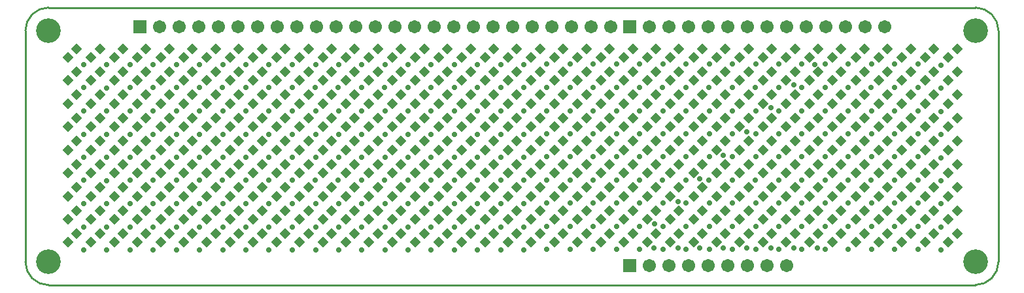
<source format=gts>
G04*
G04 #@! TF.GenerationSoftware,Altium Limited,Altium Designer,18.1.9 (240)*
G04*
G04 Layer_Color=8388736*
%FSLAX44Y44*%
%MOMM*%
G71*
G01*
G75*
%ADD12C,0.2540*%
%ADD14P,1.4187X4X270.0*%
%ADD15R,1.7032X1.7032*%
%ADD16C,1.7032*%
%ADD17C,0.7032*%
%ADD18C,3.2032*%
D12*
X370000Y750000D02*
G03*
X400000Y720000I30000J0D01*
G01*
X1600000D02*
G03*
X1630000Y750000I0J30000D01*
G01*
Y1050000D02*
G03*
X1600000Y1080000I-30000J0D01*
G01*
X400000D02*
G03*
X370000Y1050000I0J-30000D01*
G01*
X1630000Y750000D02*
Y1050000D01*
X400000Y720000D02*
X1600000D01*
X400000Y1079750D02*
X1600000D01*
X370000Y750000D02*
Y1050000D01*
D14*
X1576388Y786638D02*
D03*
X1565074Y775324D02*
D03*
X1546388Y786638D02*
D03*
X1535074Y775324D02*
D03*
X1516388Y786638D02*
D03*
X1505074Y775324D02*
D03*
X1486388Y786638D02*
D03*
X1475074Y775324D02*
D03*
X1456388Y786638D02*
D03*
X1445074Y775324D02*
D03*
X1426388Y786638D02*
D03*
X1415074Y775324D02*
D03*
X1396388Y786638D02*
D03*
X1385074Y775324D02*
D03*
X1366388Y786638D02*
D03*
X1355074Y775324D02*
D03*
X1336388Y786638D02*
D03*
X1325074Y775324D02*
D03*
X1306388Y786638D02*
D03*
X1295074Y775324D02*
D03*
X1276388Y786638D02*
D03*
X1265074Y775324D02*
D03*
X1246388Y786638D02*
D03*
X1235074Y775324D02*
D03*
X1216388Y786638D02*
D03*
X1205074Y775324D02*
D03*
X1186388Y786638D02*
D03*
X1175074Y775324D02*
D03*
X1156388Y786638D02*
D03*
X1145074Y775324D02*
D03*
X1126388Y786638D02*
D03*
X1115074Y775324D02*
D03*
X1096388Y786638D02*
D03*
X1085074Y775324D02*
D03*
X1066388Y786638D02*
D03*
X1055074Y775324D02*
D03*
X1036388Y786638D02*
D03*
X1025074Y775324D02*
D03*
X1006388Y786638D02*
D03*
X995074Y775324D02*
D03*
X976388Y786638D02*
D03*
X965074Y775324D02*
D03*
X946388Y786638D02*
D03*
X935074Y775324D02*
D03*
X916388Y786638D02*
D03*
X905074Y775324D02*
D03*
X886388Y786638D02*
D03*
X875074Y775324D02*
D03*
X856388Y786638D02*
D03*
X845074Y775324D02*
D03*
X826388Y786638D02*
D03*
X815074Y775324D02*
D03*
X796388Y786638D02*
D03*
X785074Y775324D02*
D03*
X766388Y786638D02*
D03*
X755074Y775324D02*
D03*
X736388Y786638D02*
D03*
X725074Y775324D02*
D03*
X706388Y786638D02*
D03*
X695074Y775324D02*
D03*
X676388Y786638D02*
D03*
X665074Y775324D02*
D03*
X646388Y786638D02*
D03*
X635074Y775324D02*
D03*
X616388Y786638D02*
D03*
X605074Y775324D02*
D03*
X586388Y786638D02*
D03*
X575074Y775324D02*
D03*
X556388Y786638D02*
D03*
X545074Y775324D02*
D03*
X526388Y786638D02*
D03*
X515074Y775324D02*
D03*
X496388Y786638D02*
D03*
X485074Y775324D02*
D03*
X466388Y786638D02*
D03*
X455074Y775324D02*
D03*
X436388Y786638D02*
D03*
X425074Y775324D02*
D03*
X1576388Y816638D02*
D03*
X1565074Y805324D02*
D03*
X1546388Y816638D02*
D03*
X1535074Y805324D02*
D03*
X1516388Y816638D02*
D03*
X1505074Y805324D02*
D03*
X1486388Y816638D02*
D03*
X1475074Y805324D02*
D03*
X1456388Y816638D02*
D03*
X1445074Y805324D02*
D03*
X1426388Y816638D02*
D03*
X1415074Y805324D02*
D03*
X1396388Y816638D02*
D03*
X1385074Y805324D02*
D03*
X1366388Y816638D02*
D03*
X1355074Y805324D02*
D03*
X1336388Y816638D02*
D03*
X1325074Y805324D02*
D03*
X1306388Y816638D02*
D03*
X1295074Y805324D02*
D03*
X1276388Y816638D02*
D03*
X1265074Y805324D02*
D03*
X1246388Y816638D02*
D03*
X1235074Y805324D02*
D03*
X1216388Y816638D02*
D03*
X1205074Y805324D02*
D03*
X1186388Y816638D02*
D03*
X1175074Y805324D02*
D03*
X1156388Y816638D02*
D03*
X1145074Y805324D02*
D03*
X1126388Y816638D02*
D03*
X1115074Y805324D02*
D03*
X1096388Y816638D02*
D03*
X1085074Y805324D02*
D03*
X1066388Y816638D02*
D03*
X1055074Y805324D02*
D03*
X1036388Y816638D02*
D03*
X1025074Y805324D02*
D03*
X1006388Y816638D02*
D03*
X995074Y805324D02*
D03*
X976388Y816638D02*
D03*
X965074Y805324D02*
D03*
X946388Y816638D02*
D03*
X935074Y805324D02*
D03*
X916388Y816638D02*
D03*
X905074Y805324D02*
D03*
X886388Y816638D02*
D03*
X875074Y805324D02*
D03*
X856388Y816638D02*
D03*
X845074Y805324D02*
D03*
X826388Y816638D02*
D03*
X815074Y805324D02*
D03*
X796388Y816638D02*
D03*
X785074Y805324D02*
D03*
X766388Y816638D02*
D03*
X755074Y805324D02*
D03*
X736388Y816638D02*
D03*
X725074Y805324D02*
D03*
X706388Y816638D02*
D03*
X695074Y805324D02*
D03*
X676388Y816638D02*
D03*
X665074Y805324D02*
D03*
X646388Y816638D02*
D03*
X635074Y805324D02*
D03*
X616388Y816638D02*
D03*
X605074Y805324D02*
D03*
X586388Y816638D02*
D03*
X575074Y805324D02*
D03*
X556388Y816638D02*
D03*
X545074Y805324D02*
D03*
X526388Y816638D02*
D03*
X515074Y805324D02*
D03*
X496388Y816638D02*
D03*
X485074Y805324D02*
D03*
X466388Y816638D02*
D03*
X455074Y805324D02*
D03*
X436388Y816638D02*
D03*
X425074Y805324D02*
D03*
X1576388Y846638D02*
D03*
X1565074Y835324D02*
D03*
X1546388Y846638D02*
D03*
X1535074Y835324D02*
D03*
X1516388Y846638D02*
D03*
X1505074Y835324D02*
D03*
X1486388Y846638D02*
D03*
X1475074Y835324D02*
D03*
X1456388Y846638D02*
D03*
X1445074Y835324D02*
D03*
X1426388Y846638D02*
D03*
X1415074Y835324D02*
D03*
X1396388Y846638D02*
D03*
X1385074Y835324D02*
D03*
X1366388Y846638D02*
D03*
X1355074Y835324D02*
D03*
X1336388Y846638D02*
D03*
X1325074Y835324D02*
D03*
X1306388Y846638D02*
D03*
X1295074Y835324D02*
D03*
X1276388Y846638D02*
D03*
X1265074Y835324D02*
D03*
X1246388Y846638D02*
D03*
X1235074Y835324D02*
D03*
X1216388Y846638D02*
D03*
X1205074Y835324D02*
D03*
X1186388Y846638D02*
D03*
X1175074Y835324D02*
D03*
X1156388Y846638D02*
D03*
X1145074Y835324D02*
D03*
X1126388Y846638D02*
D03*
X1115074Y835324D02*
D03*
X1096388Y846638D02*
D03*
X1085074Y835324D02*
D03*
X1066388Y846638D02*
D03*
X1055074Y835324D02*
D03*
X1036388Y846638D02*
D03*
X1025074Y835324D02*
D03*
X1006388Y846638D02*
D03*
X995074Y835324D02*
D03*
X976388Y846638D02*
D03*
X965074Y835324D02*
D03*
X946388Y846638D02*
D03*
X935074Y835324D02*
D03*
X916388Y846638D02*
D03*
X905074Y835324D02*
D03*
X886388Y846638D02*
D03*
X875074Y835324D02*
D03*
X856388Y846638D02*
D03*
X845074Y835324D02*
D03*
X826388Y846638D02*
D03*
X815074Y835324D02*
D03*
X796388Y846638D02*
D03*
X785074Y835324D02*
D03*
X766388Y846638D02*
D03*
X755074Y835324D02*
D03*
X736388Y846638D02*
D03*
X725074Y835324D02*
D03*
X706388Y846638D02*
D03*
X695074Y835324D02*
D03*
X676388Y846638D02*
D03*
X665074Y835324D02*
D03*
X646388Y846638D02*
D03*
X635074Y835324D02*
D03*
X616388Y846638D02*
D03*
X605074Y835324D02*
D03*
X586388Y846638D02*
D03*
X575074Y835324D02*
D03*
X556388Y846638D02*
D03*
X545074Y835324D02*
D03*
X526388Y846638D02*
D03*
X515074Y835324D02*
D03*
X496388Y846638D02*
D03*
X485074Y835324D02*
D03*
X466388Y846638D02*
D03*
X455074Y835324D02*
D03*
X436388Y846638D02*
D03*
X425074Y835324D02*
D03*
X1576388Y876638D02*
D03*
X1565074Y865324D02*
D03*
X1546388Y876638D02*
D03*
X1535074Y865324D02*
D03*
X1516388Y876638D02*
D03*
X1505074Y865324D02*
D03*
X1486388Y876638D02*
D03*
X1475074Y865324D02*
D03*
X1456388Y876638D02*
D03*
X1445074Y865324D02*
D03*
X1426388Y876638D02*
D03*
X1415074Y865324D02*
D03*
X1396388Y876638D02*
D03*
X1385074Y865324D02*
D03*
X1366388Y876638D02*
D03*
X1355074Y865324D02*
D03*
X1336388Y876638D02*
D03*
X1325074Y865324D02*
D03*
X1306388Y876638D02*
D03*
X1295074Y865324D02*
D03*
X1276388Y876638D02*
D03*
X1265074Y865324D02*
D03*
X1246388Y876638D02*
D03*
X1235074Y865324D02*
D03*
X1216388Y876638D02*
D03*
X1205074Y865324D02*
D03*
X1186388Y876638D02*
D03*
X1175074Y865324D02*
D03*
X1156388Y876638D02*
D03*
X1145074Y865324D02*
D03*
X1126388Y876638D02*
D03*
X1115074Y865324D02*
D03*
X1096388Y876638D02*
D03*
X1085074Y865324D02*
D03*
X1066388Y876638D02*
D03*
X1055074Y865324D02*
D03*
X1036388Y876638D02*
D03*
X1025074Y865324D02*
D03*
X1006388Y876638D02*
D03*
X995074Y865324D02*
D03*
X976388Y876638D02*
D03*
X965074Y865324D02*
D03*
X946388Y876638D02*
D03*
X935074Y865324D02*
D03*
X916388Y876638D02*
D03*
X905074Y865324D02*
D03*
X886388Y876638D02*
D03*
X875074Y865324D02*
D03*
X856388Y876638D02*
D03*
X845074Y865324D02*
D03*
X826388Y876638D02*
D03*
X815074Y865324D02*
D03*
X796388Y876638D02*
D03*
X785074Y865324D02*
D03*
X766388Y876638D02*
D03*
X755074Y865324D02*
D03*
X736388Y876638D02*
D03*
X725074Y865324D02*
D03*
X706388Y876638D02*
D03*
X695074Y865324D02*
D03*
X676388Y876638D02*
D03*
X665074Y865324D02*
D03*
X646388Y876638D02*
D03*
X635074Y865324D02*
D03*
X616388Y876638D02*
D03*
X605074Y865324D02*
D03*
X586388Y876638D02*
D03*
X575074Y865324D02*
D03*
X556388Y876638D02*
D03*
X545074Y865324D02*
D03*
X526388Y876638D02*
D03*
X515074Y865324D02*
D03*
X496388Y876638D02*
D03*
X485074Y865324D02*
D03*
X466388Y876638D02*
D03*
X455074Y865324D02*
D03*
X436388Y876638D02*
D03*
X425074Y865324D02*
D03*
X1576388Y906638D02*
D03*
X1565074Y895324D02*
D03*
X1546388Y906638D02*
D03*
X1535074Y895324D02*
D03*
X1516388Y906638D02*
D03*
X1505074Y895324D02*
D03*
X1486388Y906638D02*
D03*
X1475074Y895324D02*
D03*
X1456388Y906638D02*
D03*
X1445074Y895324D02*
D03*
X1426388Y906638D02*
D03*
X1415074Y895324D02*
D03*
X1396388Y906638D02*
D03*
X1385074Y895324D02*
D03*
X1366388Y906638D02*
D03*
X1355074Y895324D02*
D03*
X1336388Y906638D02*
D03*
X1325074Y895324D02*
D03*
X1306388Y906638D02*
D03*
X1295074Y895324D02*
D03*
X1276388Y906638D02*
D03*
X1265074Y895324D02*
D03*
X1246388Y906638D02*
D03*
X1235074Y895324D02*
D03*
X1216388Y906638D02*
D03*
X1205074Y895324D02*
D03*
X1186388Y906638D02*
D03*
X1175074Y895324D02*
D03*
X1156388Y906638D02*
D03*
X1145074Y895324D02*
D03*
X1126388Y906638D02*
D03*
X1115074Y895324D02*
D03*
X1096388Y906638D02*
D03*
X1085074Y895324D02*
D03*
X1066388Y906638D02*
D03*
X1055074Y895324D02*
D03*
X1036388Y906638D02*
D03*
X1025074Y895324D02*
D03*
X1006388Y906638D02*
D03*
X995074Y895324D02*
D03*
X976388Y906638D02*
D03*
X965074Y895324D02*
D03*
X946388Y906638D02*
D03*
X935074Y895324D02*
D03*
X916388Y906638D02*
D03*
X905074Y895324D02*
D03*
X886388Y906638D02*
D03*
X875074Y895324D02*
D03*
X856388Y906638D02*
D03*
X845074Y895324D02*
D03*
X826388Y906638D02*
D03*
X815074Y895324D02*
D03*
X796388Y906638D02*
D03*
X785074Y895324D02*
D03*
X766388Y906638D02*
D03*
X755074Y895324D02*
D03*
X736388Y906638D02*
D03*
X725074Y895324D02*
D03*
X706388Y906638D02*
D03*
X695074Y895324D02*
D03*
X676388Y906638D02*
D03*
X665074Y895324D02*
D03*
X646388Y906638D02*
D03*
X635074Y895324D02*
D03*
X616388Y906638D02*
D03*
X605074Y895324D02*
D03*
X586388Y906638D02*
D03*
X575074Y895324D02*
D03*
X556388Y906638D02*
D03*
X545074Y895324D02*
D03*
X526388Y906638D02*
D03*
X515074Y895324D02*
D03*
X496388Y906638D02*
D03*
X485074Y895324D02*
D03*
X466388Y906638D02*
D03*
X455074Y895324D02*
D03*
X436388Y906638D02*
D03*
X425074Y895324D02*
D03*
X1576388Y936638D02*
D03*
X1565074Y925324D02*
D03*
X1546388Y936638D02*
D03*
X1535074Y925324D02*
D03*
X1516388Y936638D02*
D03*
X1505074Y925324D02*
D03*
X1486388Y936638D02*
D03*
X1475074Y925324D02*
D03*
X1456388Y936638D02*
D03*
X1445074Y925324D02*
D03*
X1426388Y936638D02*
D03*
X1415074Y925324D02*
D03*
X1396388Y936638D02*
D03*
X1385074Y925324D02*
D03*
X1366388Y936638D02*
D03*
X1355074Y925324D02*
D03*
X1336388Y936638D02*
D03*
X1325074Y925324D02*
D03*
X1306388Y936638D02*
D03*
X1295074Y925324D02*
D03*
X1276388Y936638D02*
D03*
X1265074Y925324D02*
D03*
X1246388Y936638D02*
D03*
X1235074Y925324D02*
D03*
X1216388Y936638D02*
D03*
X1205074Y925324D02*
D03*
X1186388Y936638D02*
D03*
X1175074Y925324D02*
D03*
X1156388Y936638D02*
D03*
X1145074Y925324D02*
D03*
X1126388Y936638D02*
D03*
X1115074Y925324D02*
D03*
X1096388Y936638D02*
D03*
X1085074Y925324D02*
D03*
X1066388Y936638D02*
D03*
X1055074Y925324D02*
D03*
X1036388Y936638D02*
D03*
X1025074Y925324D02*
D03*
X1006388Y936638D02*
D03*
X995074Y925324D02*
D03*
X976388Y936638D02*
D03*
X965074Y925324D02*
D03*
X946388Y936638D02*
D03*
X935074Y925324D02*
D03*
X916388Y936638D02*
D03*
X905074Y925324D02*
D03*
X886388Y936638D02*
D03*
X875074Y925324D02*
D03*
X856388Y936638D02*
D03*
X845074Y925324D02*
D03*
X826388Y936638D02*
D03*
X815074Y925324D02*
D03*
X796388Y936638D02*
D03*
X785074Y925324D02*
D03*
X766388Y936638D02*
D03*
X755074Y925324D02*
D03*
X736388Y936638D02*
D03*
X725074Y925324D02*
D03*
X706388Y936638D02*
D03*
X695074Y925324D02*
D03*
X676388Y936638D02*
D03*
X665074Y925324D02*
D03*
X646388Y936638D02*
D03*
X635074Y925324D02*
D03*
X616388Y936638D02*
D03*
X605074Y925324D02*
D03*
X586388Y936638D02*
D03*
X575074Y925324D02*
D03*
X556388Y936638D02*
D03*
X545074Y925324D02*
D03*
X526388Y936638D02*
D03*
X515074Y925324D02*
D03*
X496388Y936638D02*
D03*
X485074Y925324D02*
D03*
X466388Y936638D02*
D03*
X455074Y925324D02*
D03*
X436388Y936638D02*
D03*
X425074Y925324D02*
D03*
X1576388Y966638D02*
D03*
X1565074Y955324D02*
D03*
X1546388Y966638D02*
D03*
X1535074Y955324D02*
D03*
X1516388Y966638D02*
D03*
X1505074Y955324D02*
D03*
X1486388Y966638D02*
D03*
X1475074Y955324D02*
D03*
X1456388Y966638D02*
D03*
X1445074Y955324D02*
D03*
X1426388Y966638D02*
D03*
X1415074Y955324D02*
D03*
X1396388Y966638D02*
D03*
X1385074Y955324D02*
D03*
X1366388Y966638D02*
D03*
X1355074Y955324D02*
D03*
X1336388Y966638D02*
D03*
X1325074Y955324D02*
D03*
X1306388Y966638D02*
D03*
X1295074Y955324D02*
D03*
X1276388Y966638D02*
D03*
X1265074Y955324D02*
D03*
X1246388Y966638D02*
D03*
X1235074Y955324D02*
D03*
X1216388Y966638D02*
D03*
X1205074Y955324D02*
D03*
X1186388Y966638D02*
D03*
X1175074Y955324D02*
D03*
X1156388Y966638D02*
D03*
X1145074Y955324D02*
D03*
X1126388Y966638D02*
D03*
X1115074Y955324D02*
D03*
X1096388Y966638D02*
D03*
X1085074Y955324D02*
D03*
X1066388Y966638D02*
D03*
X1055074Y955324D02*
D03*
X1036388Y966638D02*
D03*
X1025074Y955324D02*
D03*
X1006388Y966638D02*
D03*
X995074Y955324D02*
D03*
X976388Y966638D02*
D03*
X965074Y955324D02*
D03*
X946388Y966638D02*
D03*
X935074Y955324D02*
D03*
X916388Y966638D02*
D03*
X905074Y955324D02*
D03*
X886388Y966638D02*
D03*
X875074Y955324D02*
D03*
X856388Y966638D02*
D03*
X845074Y955324D02*
D03*
X826388Y966638D02*
D03*
X815074Y955324D02*
D03*
X796388Y966638D02*
D03*
X785074Y955324D02*
D03*
X766388Y966638D02*
D03*
X755074Y955324D02*
D03*
X736388Y966638D02*
D03*
X725074Y955324D02*
D03*
X706388Y966638D02*
D03*
X695074Y955324D02*
D03*
X676388Y966638D02*
D03*
X665074Y955324D02*
D03*
X646388Y966638D02*
D03*
X635074Y955324D02*
D03*
X616388Y966638D02*
D03*
X605074Y955324D02*
D03*
X586388Y966638D02*
D03*
X575074Y955324D02*
D03*
X556388Y966638D02*
D03*
X545074Y955324D02*
D03*
X526388Y966638D02*
D03*
X515074Y955324D02*
D03*
X496388Y966638D02*
D03*
X485074Y955324D02*
D03*
X466388Y966638D02*
D03*
X455074Y955324D02*
D03*
X436388Y966638D02*
D03*
X425074Y955324D02*
D03*
X1576388Y996638D02*
D03*
X1565074Y985324D02*
D03*
X1546388Y996638D02*
D03*
X1535074Y985324D02*
D03*
X1516388Y996638D02*
D03*
X1505074Y985324D02*
D03*
X1486388Y996638D02*
D03*
X1475074Y985324D02*
D03*
X1456388Y996638D02*
D03*
X1445074Y985324D02*
D03*
X1426388Y996638D02*
D03*
X1415074Y985324D02*
D03*
X1396388Y996638D02*
D03*
X1385074Y985324D02*
D03*
X1366388Y996638D02*
D03*
X1355074Y985324D02*
D03*
X1336388Y996638D02*
D03*
X1325074Y985324D02*
D03*
X1306388Y996638D02*
D03*
X1295074Y985324D02*
D03*
X1276388Y996638D02*
D03*
X1265074Y985324D02*
D03*
X1246388Y996638D02*
D03*
X1235074Y985324D02*
D03*
X1216388Y996638D02*
D03*
X1205074Y985324D02*
D03*
X1186388Y996638D02*
D03*
X1175074Y985324D02*
D03*
X1156388Y996638D02*
D03*
X1145074Y985324D02*
D03*
X1126388Y996638D02*
D03*
X1115074Y985324D02*
D03*
X1096388Y996638D02*
D03*
X1085074Y985324D02*
D03*
X1066388Y996638D02*
D03*
X1055074Y985324D02*
D03*
X1036388Y996638D02*
D03*
X1025074Y985324D02*
D03*
X1006388Y996638D02*
D03*
X995074Y985324D02*
D03*
X976388Y996638D02*
D03*
X965074Y985324D02*
D03*
X946388Y996638D02*
D03*
X935074Y985324D02*
D03*
X916388Y996638D02*
D03*
X905074Y985324D02*
D03*
X886388Y996638D02*
D03*
X875074Y985324D02*
D03*
X856388Y996638D02*
D03*
X845074Y985324D02*
D03*
X826388Y996638D02*
D03*
X815074Y985324D02*
D03*
X796388Y996638D02*
D03*
X785074Y985324D02*
D03*
X766388Y996638D02*
D03*
X755074Y985324D02*
D03*
X736388Y996638D02*
D03*
X725074Y985324D02*
D03*
X706388Y996638D02*
D03*
X695074Y985324D02*
D03*
X676388Y996638D02*
D03*
X665074Y985324D02*
D03*
X646388Y996638D02*
D03*
X635074Y985324D02*
D03*
X616388Y996638D02*
D03*
X605074Y985324D02*
D03*
X586388Y996638D02*
D03*
X575074Y985324D02*
D03*
X556388Y996638D02*
D03*
X545074Y985324D02*
D03*
X526388Y996638D02*
D03*
X515074Y985324D02*
D03*
X496388Y996638D02*
D03*
X485074Y985324D02*
D03*
X466388Y996638D02*
D03*
X455074Y985324D02*
D03*
X436388Y996638D02*
D03*
X425074Y985324D02*
D03*
X1576388Y1026638D02*
D03*
X1565074Y1015324D02*
D03*
X1546388Y1026638D02*
D03*
X1535074Y1015324D02*
D03*
X1516388Y1026638D02*
D03*
X1505074Y1015324D02*
D03*
X1486388Y1026638D02*
D03*
X1475074Y1015324D02*
D03*
X1456388Y1026638D02*
D03*
X1445074Y1015324D02*
D03*
X1426388Y1026638D02*
D03*
X1415074Y1015324D02*
D03*
X1396388Y1026638D02*
D03*
X1385074Y1015324D02*
D03*
X1366388Y1026638D02*
D03*
X1355074Y1015324D02*
D03*
X1336388Y1026638D02*
D03*
X1325074Y1015324D02*
D03*
X1306388Y1026638D02*
D03*
X1295074Y1015324D02*
D03*
X1276388Y1026638D02*
D03*
X1265074Y1015324D02*
D03*
X1246388Y1026638D02*
D03*
X1235074Y1015324D02*
D03*
X1216388Y1026638D02*
D03*
X1205074Y1015324D02*
D03*
X1186388Y1026638D02*
D03*
X1175074Y1015324D02*
D03*
X1156388Y1026638D02*
D03*
X1145074Y1015324D02*
D03*
X1126388Y1026638D02*
D03*
X1115074Y1015324D02*
D03*
X1096388Y1026638D02*
D03*
X1085074Y1015324D02*
D03*
X1066388Y1026638D02*
D03*
X1055074Y1015324D02*
D03*
X1036388Y1026638D02*
D03*
X1025074Y1015324D02*
D03*
X1006388Y1026638D02*
D03*
X995074Y1015324D02*
D03*
X976388Y1026638D02*
D03*
X965074Y1015324D02*
D03*
X946388Y1026638D02*
D03*
X935074Y1015324D02*
D03*
X916388Y1026638D02*
D03*
X905074Y1015324D02*
D03*
X886388Y1026638D02*
D03*
X875074Y1015324D02*
D03*
X856388Y1026638D02*
D03*
X845074Y1015324D02*
D03*
X826388Y1026638D02*
D03*
X815074Y1015324D02*
D03*
X796388Y1026638D02*
D03*
X785074Y1015324D02*
D03*
X766388Y1026638D02*
D03*
X755074Y1015324D02*
D03*
X736388Y1026638D02*
D03*
X725074Y1015324D02*
D03*
X706388Y1026638D02*
D03*
X695074Y1015324D02*
D03*
X676388Y1026638D02*
D03*
X665074Y1015324D02*
D03*
X646388Y1026638D02*
D03*
X635074Y1015324D02*
D03*
X616388Y1026638D02*
D03*
X605074Y1015324D02*
D03*
X586388Y1026638D02*
D03*
X575074Y1015324D02*
D03*
X556388Y1026638D02*
D03*
X545074Y1015324D02*
D03*
X526388Y1026638D02*
D03*
X515074Y1015324D02*
D03*
X496388Y1026638D02*
D03*
X485074Y1015324D02*
D03*
X466388Y1026638D02*
D03*
X455074Y1015324D02*
D03*
X436388Y1026638D02*
D03*
X425074Y1015324D02*
D03*
D15*
X1152500Y745000D02*
D03*
X1152600Y1055250D02*
D03*
X518000Y1055250D02*
D03*
D16*
X1203300Y745000D02*
D03*
X1228700D02*
D03*
X1254100D02*
D03*
X1279500D02*
D03*
X1304900D02*
D03*
X1330300D02*
D03*
X1355700D02*
D03*
X1177900D02*
D03*
X1482800Y1055250D02*
D03*
X1457400D02*
D03*
X1432000D02*
D03*
X1406600D02*
D03*
X1381200D02*
D03*
X1355800D02*
D03*
X1330400D02*
D03*
X1305000D02*
D03*
X1279600D02*
D03*
X1254200D02*
D03*
X1228800D02*
D03*
X1203400D02*
D03*
X1178000D02*
D03*
X543400Y1055250D02*
D03*
X568800D02*
D03*
X594200D02*
D03*
X619600D02*
D03*
X645000D02*
D03*
X670400D02*
D03*
X695800D02*
D03*
X721200D02*
D03*
X746600D02*
D03*
X772000D02*
D03*
X797400D02*
D03*
X822800D02*
D03*
X848200D02*
D03*
X873600D02*
D03*
X899000D02*
D03*
X924400D02*
D03*
X949800D02*
D03*
X975200D02*
D03*
X1000600D02*
D03*
X1026000D02*
D03*
X1051400D02*
D03*
X1076800D02*
D03*
X1102200D02*
D03*
X1127600D02*
D03*
D17*
X1392250Y1006250D02*
D03*
X1395250Y768500D02*
D03*
X1364750Y980000D02*
D03*
Y768388D02*
D03*
X1335500Y950138D02*
D03*
Y768388D02*
D03*
X1303750Y919000D02*
D03*
Y768000D02*
D03*
X1273750Y888000D02*
D03*
Y768000D02*
D03*
X1242750Y858000D02*
D03*
Y768000D02*
D03*
X1215000Y828250D02*
D03*
Y768388D02*
D03*
X1184750Y799000D02*
D03*
X1184250Y768000D02*
D03*
X505500Y1006000D02*
D03*
X625500D02*
D03*
X445750Y825750D02*
D03*
Y795500D02*
D03*
Y765750D02*
D03*
X445500Y855750D02*
D03*
X445750Y885750D02*
D03*
Y915750D02*
D03*
Y945750D02*
D03*
X445500Y976000D02*
D03*
X445750Y1006000D02*
D03*
X1525750Y1006500D02*
D03*
X1525500Y976500D02*
D03*
X1525750Y946250D02*
D03*
Y916250D02*
D03*
Y886250D02*
D03*
X1525500Y856250D02*
D03*
X1525750Y826250D02*
D03*
Y796000D02*
D03*
Y766250D02*
D03*
X1495500Y1006500D02*
D03*
X1495250Y976500D02*
D03*
X1495500Y946250D02*
D03*
Y916250D02*
D03*
Y886250D02*
D03*
X1495250Y856250D02*
D03*
X1495500Y826250D02*
D03*
Y796000D02*
D03*
Y766250D02*
D03*
X1465500Y1006500D02*
D03*
X1465250Y976500D02*
D03*
X1465500Y946250D02*
D03*
Y916250D02*
D03*
Y886250D02*
D03*
X1465250Y856250D02*
D03*
X1465500Y826250D02*
D03*
Y796000D02*
D03*
Y766250D02*
D03*
X1435500Y1006500D02*
D03*
X1435250Y976500D02*
D03*
X1435500Y946250D02*
D03*
Y916250D02*
D03*
Y886250D02*
D03*
X1435250Y856250D02*
D03*
X1435500Y826250D02*
D03*
Y796000D02*
D03*
Y766250D02*
D03*
X1405750Y1006500D02*
D03*
X1405500Y976500D02*
D03*
X1405750Y946250D02*
D03*
Y916250D02*
D03*
Y886250D02*
D03*
X1405500Y856250D02*
D03*
X1405750Y826250D02*
D03*
Y796000D02*
D03*
Y766250D02*
D03*
X1375500Y1006500D02*
D03*
X1375250Y976500D02*
D03*
X1375500Y946250D02*
D03*
Y916250D02*
D03*
Y886250D02*
D03*
X1375250Y856250D02*
D03*
X1375500Y826250D02*
D03*
Y796000D02*
D03*
Y766250D02*
D03*
X1345750Y1006500D02*
D03*
X1345500Y976500D02*
D03*
X1345750Y946250D02*
D03*
Y916250D02*
D03*
Y886250D02*
D03*
X1345500Y856250D02*
D03*
X1345750Y826250D02*
D03*
Y796000D02*
D03*
Y766250D02*
D03*
X1315500Y1006500D02*
D03*
X1315250Y976500D02*
D03*
X1315500Y946250D02*
D03*
Y916250D02*
D03*
Y886250D02*
D03*
X1315250Y856250D02*
D03*
X1315500Y826250D02*
D03*
Y796000D02*
D03*
Y766250D02*
D03*
X1285500Y1006500D02*
D03*
X1285250Y976500D02*
D03*
X1285500Y946250D02*
D03*
Y916250D02*
D03*
Y886250D02*
D03*
X1285250Y856250D02*
D03*
X1285500Y826250D02*
D03*
Y796000D02*
D03*
Y766250D02*
D03*
X1255500Y1006500D02*
D03*
X1255250Y976500D02*
D03*
X1255500Y946250D02*
D03*
Y916250D02*
D03*
Y886250D02*
D03*
X1255250Y856250D02*
D03*
X1255500Y826250D02*
D03*
Y796000D02*
D03*
Y766250D02*
D03*
X1225500Y1006500D02*
D03*
X1225250Y976500D02*
D03*
X1225500Y946250D02*
D03*
Y916250D02*
D03*
Y886250D02*
D03*
X1225250Y856250D02*
D03*
X1225500Y826250D02*
D03*
Y796000D02*
D03*
Y766250D02*
D03*
X1195500Y1006500D02*
D03*
X1195250Y976500D02*
D03*
X1195500Y946250D02*
D03*
Y916250D02*
D03*
Y886250D02*
D03*
X1195250Y856250D02*
D03*
X1195500Y826250D02*
D03*
Y796000D02*
D03*
Y766250D02*
D03*
X1165500Y1006500D02*
D03*
X1165250Y976500D02*
D03*
X1165500Y946250D02*
D03*
Y916250D02*
D03*
Y886250D02*
D03*
X1165250Y856250D02*
D03*
X1165500Y826250D02*
D03*
Y796000D02*
D03*
Y766250D02*
D03*
X1135750Y1006500D02*
D03*
X1135500Y976500D02*
D03*
X1135750Y946250D02*
D03*
Y916250D02*
D03*
Y886250D02*
D03*
X1135500Y856250D02*
D03*
X1135750Y826250D02*
D03*
Y796000D02*
D03*
Y766250D02*
D03*
X1105500Y1006500D02*
D03*
X1105250Y976500D02*
D03*
X1105500Y946250D02*
D03*
Y916250D02*
D03*
Y886250D02*
D03*
X1105250Y856250D02*
D03*
X1105500Y826250D02*
D03*
Y796000D02*
D03*
Y766250D02*
D03*
X1075500Y1006500D02*
D03*
X1075250Y976500D02*
D03*
X1075500Y946250D02*
D03*
Y916250D02*
D03*
Y886250D02*
D03*
X1075250Y856250D02*
D03*
X1075500Y826250D02*
D03*
Y796000D02*
D03*
Y766250D02*
D03*
X1045250Y1006500D02*
D03*
X1045000Y976500D02*
D03*
X1045250Y946250D02*
D03*
Y916250D02*
D03*
Y886250D02*
D03*
X1045000Y856250D02*
D03*
X1045250Y826250D02*
D03*
Y796000D02*
D03*
Y766250D02*
D03*
X1015500Y1006000D02*
D03*
X1015250Y976000D02*
D03*
X1015500Y945750D02*
D03*
Y915750D02*
D03*
Y885750D02*
D03*
X1015250Y855750D02*
D03*
X1015500Y825750D02*
D03*
Y795500D02*
D03*
Y765750D02*
D03*
X1555750Y1005500D02*
D03*
X1555500Y975500D02*
D03*
X1555750Y945250D02*
D03*
Y915250D02*
D03*
Y885250D02*
D03*
X1555500Y855250D02*
D03*
X1555750Y825250D02*
D03*
Y795000D02*
D03*
Y765250D02*
D03*
X985750Y1006000D02*
D03*
X985500Y976000D02*
D03*
X985750Y945750D02*
D03*
Y915750D02*
D03*
Y885750D02*
D03*
X985500Y855750D02*
D03*
X985750Y825750D02*
D03*
Y795500D02*
D03*
Y765750D02*
D03*
X955500Y1006000D02*
D03*
X955250Y976000D02*
D03*
X955500Y945750D02*
D03*
Y915750D02*
D03*
Y885750D02*
D03*
X955250Y855750D02*
D03*
X955500Y825750D02*
D03*
Y795500D02*
D03*
Y765750D02*
D03*
X925500Y1006000D02*
D03*
X925250Y976000D02*
D03*
X925500Y945750D02*
D03*
Y915750D02*
D03*
Y885750D02*
D03*
X925250Y855750D02*
D03*
X925500Y825750D02*
D03*
Y795500D02*
D03*
Y765750D02*
D03*
X895500Y1006000D02*
D03*
X895250Y976000D02*
D03*
X895500Y945750D02*
D03*
Y915750D02*
D03*
Y885750D02*
D03*
X895250Y855750D02*
D03*
X895500Y825750D02*
D03*
Y795500D02*
D03*
Y765750D02*
D03*
X865750Y1006000D02*
D03*
X865500Y976000D02*
D03*
X865750Y945750D02*
D03*
Y915750D02*
D03*
Y885750D02*
D03*
X865500Y855750D02*
D03*
X865750Y825750D02*
D03*
Y795500D02*
D03*
Y765750D02*
D03*
X835500Y1006000D02*
D03*
X835250Y976000D02*
D03*
X835500Y945750D02*
D03*
Y915750D02*
D03*
Y885750D02*
D03*
X835250Y855750D02*
D03*
X835500Y825750D02*
D03*
Y795500D02*
D03*
Y765750D02*
D03*
X805500Y1006000D02*
D03*
X805250Y976000D02*
D03*
X805500Y945750D02*
D03*
Y915750D02*
D03*
Y885750D02*
D03*
X805250Y855750D02*
D03*
X805500Y825750D02*
D03*
Y795500D02*
D03*
Y765750D02*
D03*
X775500Y1006000D02*
D03*
X775250Y976000D02*
D03*
X775500Y945750D02*
D03*
Y915750D02*
D03*
Y885750D02*
D03*
X775250Y855750D02*
D03*
X775500Y825750D02*
D03*
Y795500D02*
D03*
Y765750D02*
D03*
X745750Y1006000D02*
D03*
X745500Y976000D02*
D03*
X745750Y945750D02*
D03*
Y915750D02*
D03*
Y885750D02*
D03*
X745500Y855750D02*
D03*
X745750Y825750D02*
D03*
Y795500D02*
D03*
Y765750D02*
D03*
X715750Y1006000D02*
D03*
X715500Y976000D02*
D03*
X715750Y945750D02*
D03*
Y915750D02*
D03*
Y885750D02*
D03*
X715500Y855750D02*
D03*
X715750Y825750D02*
D03*
Y795500D02*
D03*
Y765750D02*
D03*
X685500Y1006000D02*
D03*
X685250Y976000D02*
D03*
X685500Y945750D02*
D03*
Y915750D02*
D03*
Y885750D02*
D03*
X685250Y855750D02*
D03*
X685500Y825750D02*
D03*
Y795500D02*
D03*
Y765750D02*
D03*
X655500Y1006000D02*
D03*
X655250Y976000D02*
D03*
X655500Y945750D02*
D03*
Y915750D02*
D03*
Y885750D02*
D03*
X655250Y855750D02*
D03*
X655500Y825750D02*
D03*
Y795500D02*
D03*
Y765750D02*
D03*
X625250Y976000D02*
D03*
X625500Y945750D02*
D03*
Y915750D02*
D03*
Y885750D02*
D03*
X625250Y855750D02*
D03*
X625500Y825750D02*
D03*
Y795500D02*
D03*
Y765750D02*
D03*
X595750Y1006000D02*
D03*
X595500Y976000D02*
D03*
X595750Y945750D02*
D03*
Y915750D02*
D03*
Y885750D02*
D03*
X595500Y855750D02*
D03*
X595750Y825750D02*
D03*
Y795500D02*
D03*
Y765750D02*
D03*
X565750Y1006000D02*
D03*
X565500Y976000D02*
D03*
X565750Y945750D02*
D03*
Y915750D02*
D03*
Y885750D02*
D03*
X565500Y855750D02*
D03*
X565750Y825750D02*
D03*
Y795500D02*
D03*
Y765750D02*
D03*
X535500Y1006000D02*
D03*
X535250Y976000D02*
D03*
X535500Y945750D02*
D03*
Y915750D02*
D03*
Y885750D02*
D03*
X535250Y855750D02*
D03*
X535500Y825750D02*
D03*
Y795500D02*
D03*
Y765750D02*
D03*
X505250Y976000D02*
D03*
X505500Y945750D02*
D03*
Y915750D02*
D03*
Y885750D02*
D03*
X505250Y855750D02*
D03*
X505500Y825750D02*
D03*
Y795500D02*
D03*
Y765750D02*
D03*
X475500Y1005750D02*
D03*
X475250Y975750D02*
D03*
X475500Y945500D02*
D03*
Y915500D02*
D03*
Y885500D02*
D03*
X475250Y855500D02*
D03*
X475500Y825500D02*
D03*
Y795250D02*
D03*
Y765500D02*
D03*
D18*
X400000Y750000D02*
D03*
X1600000D02*
D03*
Y1050000D02*
D03*
X400000D02*
D03*
M02*

</source>
